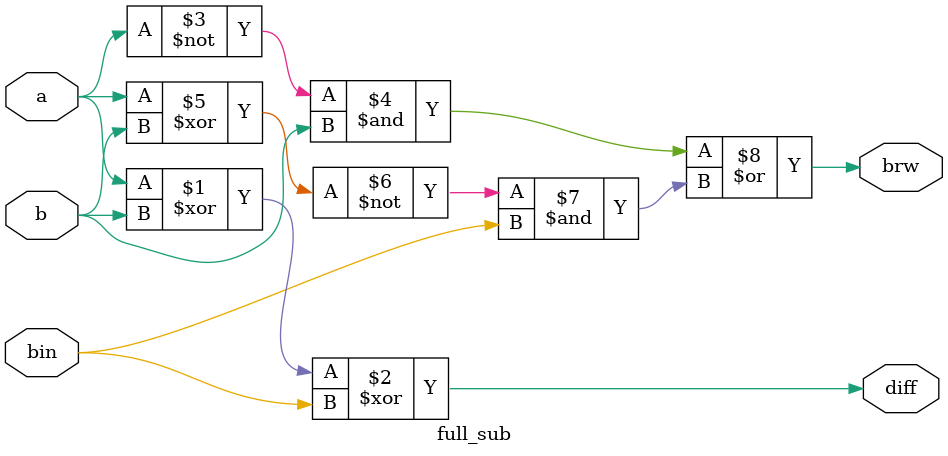
<source format=v>
`timescale 1ns / 1ps
module full_sub(
    input a,
    input b,
    input bin,
    output diff,
    output brw
    );
	 
	 assign diff=a^b^bin;
	 assign brw=(~a & b) | ((~(a^b)) &bin);


endmodule

</source>
